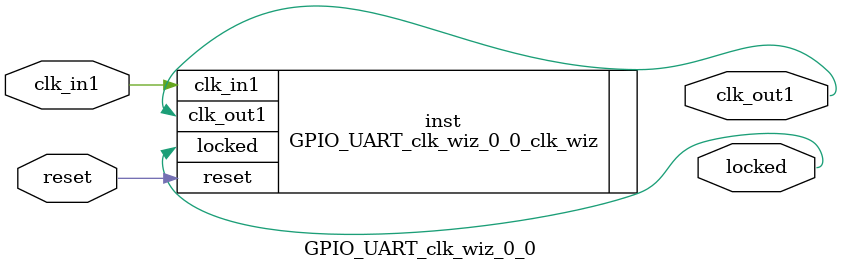
<source format=v>


`timescale 1ps/1ps

(* CORE_GENERATION_INFO = "GPIO_UART_clk_wiz_0_0,clk_wiz_v5_4_3_0,{component_name=GPIO_UART_clk_wiz_0_0,use_phase_alignment=true,use_min_o_jitter=false,use_max_i_jitter=false,use_dyn_phase_shift=false,use_inclk_switchover=false,use_dyn_reconfig=false,enable_axi=0,feedback_source=FDBK_AUTO,PRIMITIVE=MMCM,num_out_clk=1,clkin1_period=10.000,clkin2_period=10.000,use_power_down=false,use_reset=true,use_locked=true,use_inclk_stopped=false,feedback_type=SINGLE,CLOCK_MGR_TYPE=NA,manual_override=false}" *)

module GPIO_UART_clk_wiz_0_0 
 (
  // Clock out ports
  output        clk_out1,
  // Status and control signals
  input         reset,
  output        locked,
 // Clock in ports
  input         clk_in1
 );

  GPIO_UART_clk_wiz_0_0_clk_wiz inst
  (
  // Clock out ports  
  .clk_out1(clk_out1),
  // Status and control signals               
  .reset(reset), 
  .locked(locked),
 // Clock in ports
  .clk_in1(clk_in1)
  );

endmodule

</source>
